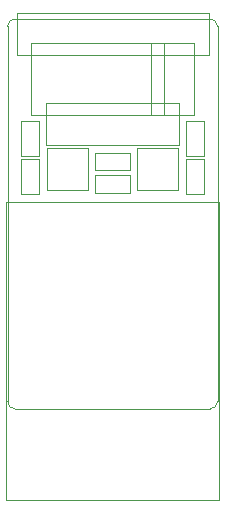
<source format=gbr>
%TF.GenerationSoftware,KiCad,Pcbnew,5.1.5+dfsg1-2~bpo10+1*%
%TF.CreationDate,Date%
%TF.ProjectId,ProMicro_ESP12E,50726f4d-6963-4726-9f5f-455350313245,v1.0*%
%TF.SameCoordinates,Original*%
%TF.FileFunction,Other,User*%
%FSLAX45Y45*%
G04 Gerber Fmt 4.5, Leading zero omitted, Abs format (unit mm)*
G04 Created by KiCad*
%MOMM*%
%LPD*%
G04 APERTURE LIST*
%ADD10C,0.100000*%
%ADD11C,0.050000*%
G04 APERTURE END LIST*
D10*
X-63500Y3175000D02*
G75*
G03X-127000Y3111500I0J-63500D01*
G01*
X1651000Y3111500D02*
G75*
G03X1587500Y3175000I-63500J0D01*
G01*
X1587500Y-127000D02*
G75*
G03X1651000Y-63500I0J63500D01*
G01*
X-127000Y-63500D02*
G75*
G03X-63500Y-127000I63500J0D01*
G01*
X-127000Y3111500D02*
X-127000Y-63500D01*
X1587500Y3175000D02*
X-63500Y3175000D01*
X1651000Y-63500D02*
X1651000Y3111500D01*
X-63500Y-127000D02*
X1587500Y-127000D01*
D11*
X1387500Y2011000D02*
X1387500Y2307000D01*
X1533500Y2011000D02*
X1387500Y2011000D01*
X1533500Y2307000D02*
X1533500Y2011000D01*
X1387500Y2307000D02*
X1533500Y2307000D01*
X973000Y1730000D02*
X973000Y2080000D01*
X1313000Y1730000D02*
X973000Y1730000D01*
X1313000Y2080000D02*
X1313000Y1730000D01*
X973000Y2080000D02*
X1313000Y2080000D01*
X551000Y2080000D02*
X551000Y1730000D01*
X211000Y2080000D02*
X551000Y2080000D01*
X211000Y1730000D02*
X211000Y2080000D01*
X551000Y1730000D02*
X211000Y1730000D01*
X136500Y2307000D02*
X136500Y2011000D01*
X-9500Y2307000D02*
X136500Y2307000D01*
X-9500Y2011000D02*
X-9500Y2307000D01*
X136500Y2011000D02*
X-9500Y2011000D01*
X-9500Y1693500D02*
X-9500Y1989500D01*
X136500Y1693500D02*
X-9500Y1693500D01*
X136500Y1989500D02*
X136500Y1693500D01*
X-9500Y1989500D02*
X136500Y1989500D01*
X614000Y2041500D02*
X910000Y2041500D01*
X614000Y1895500D02*
X614000Y2041500D01*
X910000Y1895500D02*
X614000Y1895500D01*
X910000Y2041500D02*
X910000Y1895500D01*
X910000Y1705000D02*
X614000Y1705000D01*
X910000Y1851000D02*
X910000Y1705000D01*
X614000Y1851000D02*
X910000Y1851000D01*
X614000Y1705000D02*
X614000Y1851000D01*
X1387500Y1693500D02*
X1387500Y1989500D01*
X1533500Y1693500D02*
X1387500Y1693500D01*
X1533500Y1989500D02*
X1533500Y1693500D01*
X1387500Y1989500D02*
X1533500Y1989500D01*
X-48000Y3228000D02*
X1577000Y3228000D01*
X-48000Y2873000D02*
X-48000Y3228000D01*
X1577000Y2873000D02*
X-48000Y2873000D01*
X1577000Y3228000D02*
X1577000Y2873000D01*
X1450000Y2974000D02*
X1090000Y2974000D01*
X1450000Y2359000D02*
X1450000Y2974000D01*
X1090000Y2359000D02*
X1450000Y2359000D01*
X1090000Y2974000D02*
X1090000Y2359000D01*
X1321000Y2106000D02*
X201000Y2106000D01*
X1321000Y2461000D02*
X1321000Y2106000D01*
X201000Y2461000D02*
X1321000Y2461000D01*
X201000Y2106000D02*
X201000Y2461000D01*
X74000Y2975000D02*
X74000Y2360000D01*
X1194000Y2975000D02*
X74000Y2975000D01*
X1194000Y2360000D02*
X1194000Y2975000D01*
X74000Y2360000D02*
X1194000Y2360000D01*
X1667000Y1627500D02*
X1667000Y-902500D01*
X-143000Y1627500D02*
X1667000Y1627500D01*
X-143000Y-902500D02*
X-143000Y1627500D01*
X1667000Y-902500D02*
X-143000Y-902500D01*
M02*

</source>
